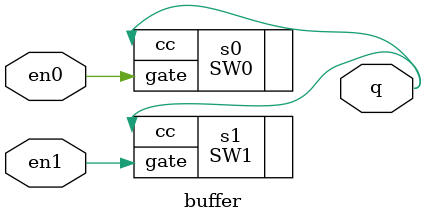
<source format=v>


module dlatch_not(en, a, y, q);

input en, a;
output y, q;

(* nmos_sibblings = 2 *)
PULLUP p1 (.y(y));

(* nmos_sibblings = 2 *)
SW0 s0 (.gate(a), .cc(y));

(* nmos_sibblings = 2 *)
SW s1 (.gate(en), .cc1(y), .cc2(q));

endmodule

// -------------------------------------------------------

module dlatch_nor2(en, a, b, y, q);

input en, a, b;
output y, q;

(* nmos_sibblings = 3 *)
PULLUP p1 (.y(y));

(* nmos_sibblings = 3 *)
SW0 s0 (.gate(a), .cc(y)),
    s1 (.gate(b), .cc(y));

(* nmos_sibblings = 3 *)
SW s2 (.gate(en), .cc1(y), .cc2(q));

endmodule

// -------------------------------------------------------

module dlatch_nor3(en, a, b, c, y, q);

input en, a, b, c;
output y, q;

(* nmos_sibblings = 4 *)
PULLUP p1 (.y(y));

(* nmos_sibblings = 4 *)
SW0 s0 (.gate(a), .cc(y)),
    s1 (.gate(b), .cc(y)),
    s2 (.gate(c), .cc(y));

(* nmos_sibblings = 4 *)
SW s3 (.gate(en), .cc1(y), .cc2(q));

endmodule

// -------------------------------------------------------

module dlatch_nor4(en, a, b, c, d, y, q);

input en, a, b, c, d;
output y, q;

(* nmos_sibblings = 5 *)
PULLUP p1 (.y(y));

(* nmos_sibblings = 5 *)
SW0 s0 (.gate(a), .cc(y)),
    s1 (.gate(b), .cc(y)),
    s2 (.gate(c), .cc(y)),
    s3 (.gate(d), .cc(y));

(* nmos_sibblings = 5 *)
SW s4 (.gate(en), .cc1(y), .cc2(q));

endmodule

// -------------------------------------------------------

module buffer(en0, en1, q);

input en0, en1;
output q;

(* nmos_sibblings = 1 *)
SW0 s0 (.gate(en0), .cc(q));

(* nmos_sibblings = 1 *)
SW1 s1 (.gate(en1), .cc(q));

endmodule

// -------------------------------------------------------


</source>
